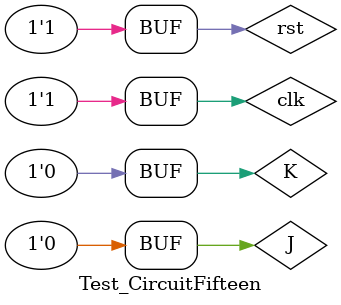
<source format=v>
module Test_CircuitFifteen;
reg J,K, clk, rst;
wire q;
//integer i;
JKFF JKFF_inst(J,K,clk,rst,q);
//Module to generate clock with period 10 time
initial
begin
	clk=0;
	repeat(7)
	#10 clk=~clk;
end
initial
begin
	J=0;K=0;rst=1;
	#10
	J=0;K=1;rst=0;
	#10
	J=1;K=0;rst=1;
	#10
	J=1;K=1;rst=0;
	#10
	J=0;K=0;rst=1;
end
endmodule
</source>
